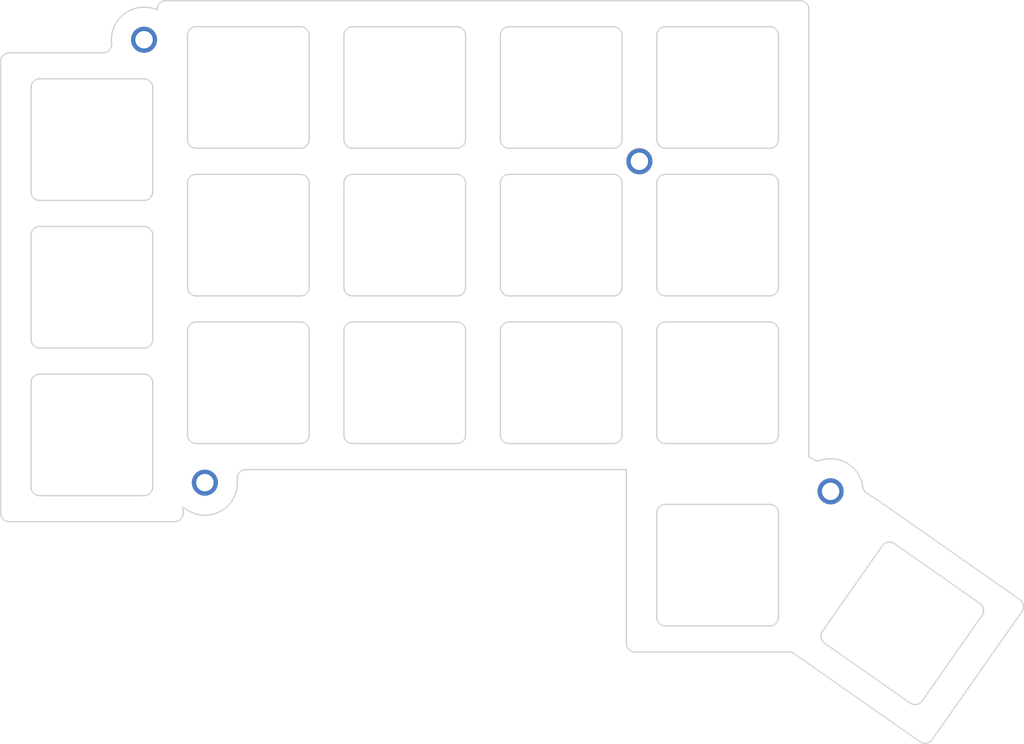
<source format=kicad_pcb>
(kicad_pcb (version 20241229) (generator "pcbnew") (generator_version "9.0")
  (title_block (title "dofeKeyboard_topPlate") (rev "v1.0.0") (company "Unknown"))
  (layers (0 "F.Cu" signal) (2 "B.Cu" signal) (13 "F.Paste" user) (15 "B.Paste" user) (5 "F.SilkS" user "F.Silkscreen") (7 "B.SilkS" user "B.Silkscreen") (1 "F.Mask" user) (3 "B.Mask" user) (25 "Edge.Cuts" user))
  (net 0 "")
  (footprint "ceoloide:mounting_hole_plated" (layer "F.Cu") (at 184 98)
    (property "Reference" "H4" (hide yes))
    (property "Value" "")
    (pad "" thru_hole circle (at 0 0) (size 3 3) (drill 2) (layers "*.Cu" "*.Mask"))
  )
  (footprint "ceoloide:mounting_hole_plated" (layer "F.Cu") (at 127 84)
    (property "Reference" "H1" (hide yes))
    (property "Value" "")
    (pad "" thru_hole circle (at 0 0) (size 3 3) (drill 2) (layers "*.Cu" "*.Mask"))
  )
  (footprint "ceoloide:mounting_hole_plated" (layer "F.Cu") (at 134 135)
    (property "Reference" "H2" (hide yes))
    (property "Value" "")
    (pad "" thru_hole circle (at 0 0) (size 3 3) (drill 2) (layers "*.Cu" "*.Mask"))
  )
  (footprint "ceoloide:mounting_hole_plated" (layer "F.Cu") (at 206 136)
    (property "Reference" "H3" (hide yes))
    (property "Value" "")
    (pad "" thru_hole circle (at 0 0) (size 3 3) (drill 2) (layers "*.Cu" "*.Mask"))
  )
  (gr_line (start 133 130.5) (end 145 130.5) (stroke (width 0.15)) (layer "Edge.Cuts"))
  (gr_arc (start 151 130.5) (mid 150.292893 130.207107) (end 150 129.5) (stroke (width 0.15)) (layer "Edge.Cuts"))
  (gr_arc (start 227.765477 148.456851) (mid 228.176708 149.102355) (end 228.011052 149.84958) (stroke (width 0.15)) (layer "Edge.Cuts"))
  (gr_arc (start 151 113.5) (mid 150.292893 113.207107) (end 150 112.5) (stroke (width 0.15)) (layer "Edge.Cuts"))
  (gr_line (start 133 96.5) (end 145 96.5) (stroke (width 0.15)) (layer "Edge.Cuts"))
  (gr_arc (start 200 95.5) (mid 199.707107 96.207107) (end 199 96.5) (stroke (width 0.15)) (layer "Edge.Cuts"))
  (gr_arc (start 210.174321 136.221239) (mid 209.866562 135.915121) (end 209.71751 135.507436) (stroke (width 0.15)) (layer "Edge.Cuts"))
  (gr_arc (start 128 135.5) (mid 127.707107 136.207107) (end 127 136.5) (stroke (width 0.15)) (layer "Edge.Cuts"))
  (gr_line (start 181 99.5) (end 169 99.5) (stroke (width 0.15)) (layer "Edge.Cuts"))
  (gr_arc (start 199 116.5) (mid 199.707107 116.792893) (end 200 117.5) (stroke (width 0.15)) (layer "Edge.Cuts"))
  (gr_arc (start 128 101.5) (mid 127.707107 102.207107) (end 127 102.5) (stroke (width 0.15)) (layer "Edge.Cuts"))
  (gr_arc (start 168 117.5) (mid 168.292893 116.792893) (end 169 116.5) (stroke (width 0.15)) (layer "Edge.Cuts"))
  (gr_line (start 205.317821 153.492001) (end 215.147645 160.374919) (stroke (width 0.15)) (layer "Edge.Cuts"))
  (gr_arc (start 186 100.5) (mid 186.292893 99.792893) (end 187 99.5) (stroke (width 0.15)) (layer "Edge.Cuts"))
  (gr_arc (start 146 112.5) (mid 145.707107 113.207107) (end 145 113.5) (stroke (width 0.15)) (layer "Edge.Cuts"))
  (gr_arc (start 128 118.5) (mid 127.707107 119.207107) (end 127 119.5) (stroke (width 0.15)) (layer "Edge.Cuts"))
  (gr_line (start 169 96.5) (end 181 96.5) (stroke (width 0.15)) (layer "Edge.Cuts"))
  (gr_line (start 200 112.5) (end 200 100.5) (stroke (width 0.15)) (layer "Edge.Cuts"))
  (gr_arc (start 127 105.5) (mid 127.707107 105.792893) (end 128 106.5) (stroke (width 0.15)) (layer "Edge.Cuts"))
  (gr_arc (start 181 82.5) (mid 181.707107 82.792893) (end 182 83.5) (stroke (width 0.15)) (layer "Edge.Cuts"))
  (gr_arc (start 132 83.5) (mid 132.292893 82.792893) (end 133 82.5) (stroke (width 0.15)) (layer "Edge.Cuts"))
  (gr_line (start 114 123.5) (end 114 135.5) (stroke (width 0.15)) (layer "Edge.Cuts"))
  (gr_arc (start 164 95.5) (mid 163.707107 96.207107) (end 163 96.5) (stroke (width 0.15)) (layer "Edge.Cuts"))
  (gr_line (start 163 82.5) (end 151 82.5) (stroke (width 0.15)) (layer "Edge.Cuts"))
  (gr_arc (start 111.5 139.5) (mid 110.792893 139.207107) (end 110.5 138.5) (stroke (width 0.15)) (layer "Edge.Cuts"))
  (gr_line (start 181 82.5) (end 169 82.5) (stroke (width 0.15)) (layer "Edge.Cuts"))
  (gr_arc (start 150 83.5) (mid 150.292893 82.792893) (end 151 82.5) (stroke (width 0.15)) (layer "Edge.Cuts"))
  (gr_arc (start 216.540374 160.129344) (mid 215.89487 160.540575) (end 215.147645 160.374919) (stroke (width 0.15)) (layer "Edge.Cuts"))
  (gr_line (start 183.5 154.5) (end 201.211753 154.5) (stroke (width 0.15)) (layer "Edge.Cuts"))
  (gr_line (start 201.785329 154.680848) (end 216.293948 164.839892) (stroke (width 0.15)) (layer "Edge.Cuts"))
  (gr_arc (start 137.729167 134.605263) (mid 135.709226 138.337821) (end 131.5 137.795085) (stroke (width 0.15)) (layer "Edge.Cuts"))
  (gr_arc (start 132 117.5) (mid 132.292893 116.792893) (end 133 116.5) (stroke (width 0.15)) (layer "Edge.Cuts"))
  (gr_arc (start 186 117.5) (mid 186.292893 116.792893) (end 187 116.5) (stroke (width 0.15)) (layer "Edge.Cuts"))
  (gr_line (start 132 117.5) (end 132 129.5) (stroke (width 0.15)) (layer "Edge.Cuts"))
  (gr_arc (start 187 151.5) (mid 186.292893 151.207107) (end 186 150.5) (stroke (width 0.15)) (layer "Edge.Cuts"))
  (gr_arc (start 205.317821 153.492001) (mid 204.90659 152.846497) (end 205.072245 152.099273) (stroke (width 0.15)) (layer "Edge.Cuts"))
  (gr_arc (start 211.955162 142.269448) (mid 212.600666 141.858217) (end 213.347891 142.023873) (stroke (width 0.15)) (layer "Edge.Cuts"))
  (gr_line (start 186 117.5) (end 186 129.5) (stroke (width 0.15)) (layer "Edge.Cuts"))
  (gr_line (start 151 113.5) (end 163 113.5) (stroke (width 0.15)) (layer "Edge.Cuts"))
  (gr_arc (start 169 130.5) (mid 168.292893 130.207107) (end 168 129.5) (stroke (width 0.15)) (layer "Edge.Cuts"))
  (gr_arc (start 182 129.5) (mid 181.707107 130.207107) (end 181 130.5) (stroke (width 0.15)) (layer "Edge.Cuts"))
  (gr_arc (start 132 100.5) (mid 132.292893 99.792893) (end 133 99.5) (stroke (width 0.15)) (layer "Edge.Cuts"))
  (gr_line (start 217.686677 164.594317) (end 228.011052 149.84958) (stroke (width 0.15)) (layer "Edge.Cuts"))
  (gr_arc (start 150 100.5) (mid 150.292893 99.792893) (end 151 99.5) (stroke (width 0.15)) (layer "Edge.Cuts"))
  (gr_line (start 163 99.5) (end 151 99.5) (stroke (width 0.15)) (layer "Edge.Cuts"))
  (gr_arc (start 163 82.5) (mid 163.707107 82.792893) (end 164 83.5) (stroke (width 0.15)) (layer "Edge.Cuts"))
  (gr_line (start 187 113.5) (end 199 113.5) (stroke (width 0.15)) (layer "Edge.Cuts"))
  (gr_arc (start 115 136.5) (mid 114.292893 136.207107) (end 114 135.5) (stroke (width 0.15)) (layer "Edge.Cuts"))
  (gr_arc (start 131.5 138.5) (mid 131.207107 139.207107) (end 130.5 139.5) (stroke (width 0.15)) (layer "Edge.Cuts"))
  (gr_arc (start 211.362605 136.972781) (mid 211.382284 136.985552) (end 211.401657 136.998782) (stroke (width 0.15)) (layer "Edge.Cuts"))
  (gr_line (start 145 99.5) (end 133 99.5) (stroke (width 0.15)) (layer "Edge.Cuts"))
  (gr_line (start 150 117.5) (end 150 129.5) (stroke (width 0.15)) (layer "Edge.Cuts"))
  (gr_line (start 186 138.5) (end 186 150.5) (stroke (width 0.15)) (layer "Edge.Cuts"))
  (gr_line (start 182.5 153.5) (end 182.5 133.5) (stroke (width 0.15)) (layer "Edge.Cuts"))
  (gr_line (start 111.5 139.5) (end 130.5 139.5) (stroke (width 0.15)) (layer "Edge.Cuts"))
  (gr_line (start 145 82.5) (end 133 82.5) (stroke (width 0.15)) (layer "Edge.Cuts"))
  (gr_line (start 114 89.5) (end 114 101.5) (stroke (width 0.15)) (layer "Edge.Cuts"))
  (gr_line (start 151 96.5) (end 163 96.5) (stroke (width 0.15)) (layer "Edge.Cuts"))
  (gr_arc (start 202.5 79.5) (mid 203.207107 79.792893) (end 203.5 80.5) (stroke (width 0.15)) (layer "Edge.Cuts"))
  (gr_line (start 127 122.5) (end 115 122.5) (stroke (width 0.15)) (layer "Edge.Cuts"))
  (gr_line (start 128 118.5) (end 128 106.5) (stroke (width 0.15)) (layer "Edge.Cuts"))
  (gr_line (start 186 100.5) (end 186 112.5) (stroke (width 0.15)) (layer "Edge.Cuts"))
  (gr_arc (start 169 113.5) (mid 168.292893 113.207107) (end 168 112.5) (stroke (width 0.15)) (layer "Edge.Cuts"))
  (gr_line (start 128.5 80.5) (end 128.5 80.563068) (stroke (width 0.15)) (layer "Edge.Cuts"))
  (gr_arc (start 115 102.5) (mid 114.292893 102.207107) (end 114 101.5) (stroke (width 0.15)) (layer "Edge.Cuts"))
  (gr_line (start 127 88.5) (end 115 88.5) (stroke (width 0.15)) (layer "Edge.Cuts"))
  (gr_arc (start 182 112.5) (mid 181.707107 113.207107) (end 181 113.5) (stroke (width 0.15)) (layer "Edge.Cuts"))
  (gr_line (start 187 96.5) (end 199 96.5) (stroke (width 0.15)) (layer "Edge.Cuts"))
  (gr_line (start 115 119.5) (end 127 119.5) (stroke (width 0.15)) (layer "Edge.Cuts"))
  (gr_line (start 146 129.5) (end 146 117.5) (stroke (width 0.15)) (layer "Edge.Cuts"))
  (gr_arc (start 114 89.5) (mid 114.292893 88.792893) (end 115 88.5) (stroke (width 0.15)) (layer "Edge.Cuts"))
  (gr_arc (start 186 138.5) (mid 186.292893 137.792893) (end 187 137.5) (stroke (width 0.15)) (layer "Edge.Cuts"))
  (gr_arc (start 200 112.5) (mid 199.707107 113.207107) (end 199 113.5) (stroke (width 0.15)) (layer "Edge.Cuts"))
  (gr_arc (start 186 83.5) (mid 186.292893 82.792893) (end 187 82.5) (stroke (width 0.15)) (layer "Edge.Cuts"))
  (gr_arc (start 164 129.5) (mid 163.707107 130.207107) (end 163 130.5) (stroke (width 0.15)) (layer "Edge.Cuts"))
  (gr_line (start 210.174321 136.221239) (end 211.362606 136.972781) (stroke (width 0.15)) (layer "Edge.Cuts"))
  (gr_arc (start 217.686677 164.594317) (mid 217.041173 165.005548) (end 216.293948 164.839892) (stroke (width 0.15)) (layer "Edge.Cuts"))
  (gr_arc (start 199 99.5) (mid 199.707107 99.792893) (end 200 100.5) (stroke (width 0.15)) (layer "Edge.Cuts"))
  (gr_line (start 110.5 138.5) (end 110.5 86.5) (stroke (width 0.15)) (layer "Edge.Cuts"))
  (gr_arc (start 114 106.5) (mid 114.292893 105.792893) (end 115 105.5) (stroke (width 0.15)) (layer "Edge.Cuts"))
  (gr_arc (start 187 130.5) (mid 186.292893 130.207107) (end 186 129.5) (stroke (width 0.15)) (layer "Edge.Cuts"))
  (gr_line (start 163 116.5) (end 151 116.5) (stroke (width 0.15)) (layer "Edge.Cuts"))
  (gr_arc (start 181 116.5) (mid 181.707107 116.792893) (end 182 117.5) (stroke (width 0.15)) (layer "Edge.Cuts"))
  (gr_line (start 168 100.5) (end 168 112.5) (stroke (width 0.15)) (layer "Edge.Cuts"))
  (gr_arc (start 137.729167 134.605263) (mid 137.980219 133.831144) (end 138.723611 133.5) (stroke (width 0.15)) (layer "Edge.Cuts"))
  (gr_line (start 182 112.5) (end 182 100.5) (stroke (width 0.15)) (layer "Edge.Cuts"))
  (gr_arc (start 151 96.5) (mid 150.292893 96.207107) (end 150 95.5) (stroke (width 0.15)) (layer "Edge.Cuts"))
  (gr_arc (start 183.5 154.5) (mid 182.792893 154.207107) (end 182.5 153.5) (stroke (width 0.15)) (layer "Edge.Cuts"))
  (gr_arc (start 204.851837 132.430095) (mid 208.004468 132.830677) (end 209.71751 135.507436) (stroke (width 0.15)) (layer "Edge.Cuts"))
  (gr_arc (start 110.5 86.5) (mid 110.792893 85.792893) (end 111.5 85.5) (stroke (width 0.15)) (layer "Edge.Cuts"))
  (gr_arc (start 114 123.5) (mid 114.292893 122.792893) (end 115 122.5) (stroke (width 0.15)) (layer "Edge.Cuts"))
  (gr_line (start 186 83.5) (end 186 95.5) (stroke (width 0.15)) (layer "Edge.Cuts"))
  (gr_line (start 131.5 138.5) (end 131.5 137.795085) (stroke (width 0.15)) (layer "Edge.Cuts"))
  (gr_line (start 182 95.5) (end 182 83.5) (stroke (width 0.15)) (layer "Edge.Cuts"))
  (gr_line (start 199 99.5) (end 187 99.5) (stroke (width 0.15)) (layer "Edge.Cuts"))
  (gr_line (start 199 82.5) (end 187 82.5) (stroke (width 0.15)) (layer "Edge.Cuts"))
  (gr_arc (start 181 99.5) (mid 181.707107 99.792893) (end 182 100.5) (stroke (width 0.15)) (layer "Edge.Cuts"))
  (gr_line (start 203.5 132) (end 203.5 80.5) (stroke (width 0.15)) (layer "Edge.Cuts"))
  (gr_arc (start 199 137.5) (mid 199.707107 137.792893) (end 200 138.5) (stroke (width 0.15)) (layer "Edge.Cuts"))
  (gr_arc (start 123.270833 84.394737) (mid 123.019781 85.168856) (end 122.276389 85.5) (stroke (width 0.15)) (layer "Edge.Cuts"))
  (gr_arc (start 168 100.5) (mid 168.292893 99.792893) (end 169 99.5) (stroke (width 0.15)) (layer "Edge.Cuts"))
  (gr_arc (start 133 96.5) (mid 132.292893 96.207107) (end 132 95.5) (stroke (width 0.15)) (layer "Edge.Cuts"))
  (gr_arc (start 200 129.5) (mid 199.707107 130.207107) (end 199 130.5) (stroke (width 0.15)) (layer "Edge.Cuts"))
  (gr_arc (start 164 112.5) (mid 163.707107 113.207107) (end 163 113.5) (stroke (width 0.15)) (layer "Edge.Cuts"))
  (gr_arc (start 115 119.5) (mid 114.292893 119.207107) (end 114 118.5) (stroke (width 0.15)) (layer "Edge.Cuts"))
  (gr_line (start 138.723611 133.5) (end 182.5 133.5) (stroke (width 0.15)) (layer "Edge.Cuts"))
  (gr_line (start 169 130.5) (end 181 130.5) (stroke (width 0.15)) (layer "Edge.Cuts"))
  (gr_arc (start 168 83.5) (mid 168.292893 82.792893) (end 169 82.5) (stroke (width 0.15)) (layer "Edge.Cuts"))
  (gr_line (start 122.276389 85.5) (end 111.5 85.5) (stroke (width 0.15)) (layer "Edge.Cuts"))
  (gr_line (start 127 105.5) (end 115 105.5) (stroke (width 0.15)) (layer "Edge.Cuts"))
  (gr_line (start 145 116.5) (end 133 116.5) (stroke (width 0.15)) (layer "Edge.Cuts"))
  (gr_line (start 150 83.5) (end 150 95.5) (stroke (width 0.15)) (layer "Edge.Cuts"))
  (gr_line (start 114 106.5) (end 114 118.5) (stroke (width 0.15)) (layer "Edge.Cuts"))
  (gr_line (start 164 95.5) (end 164 83.5) (stroke (width 0.15)) (layer "Edge.Cuts"))
  (gr_line (start 227.765477 148.456851) (end 211.401657 136.998782) (stroke (width 0.15)) (layer "Edge.Cuts"))
  (gr_arc (start 163 116.5) (mid 163.707107 116.792893) (end 164 117.5) (stroke (width 0.15)) (layer "Edge.Cuts"))
  (gr_line (start 203.5 132) (end 204.011136 132.323273) (stroke (width 0.15)) (layer "Edge.Cuts"))
  (gr_arc (start 133 113.5) (mid 132.292893 113.207107) (end 132 112.5) (stroke (width 0.15)) (layer "Edge.Cuts"))
  (gr_arc (start 187 96.5) (mid 186.292893 96.207107) (end 186 95.5) (stroke (width 0.15)) (layer "Edge.Cuts"))
  (gr_line (start 182 129.5) (end 182 117.5) (stroke (width 0.15)) (layer "Edge.Cuts"))
  (gr_line (start 132 100.5) (end 132 112.5) (stroke (width 0.15)) (layer "Edge.Cuts"))
  (gr_arc (start 182 95.5) (mid 181.707107 96.207107) (end 181 96.5) (stroke (width 0.15)) (layer "Edge.Cuts"))
  (gr_arc (start 145 116.5) (mid 145.707107 116.792893) (end 146 117.5) (stroke (width 0.15)) (layer "Edge.Cuts"))
  (gr_arc (start 204.851838 132.430095) (mid 204.419612 132.470144) (end 204.011136 132.323273) (stroke (width 0.15)) (layer "Edge.Cuts"))
  (gr_line (start 164 129.5) (end 164 117.5) (stroke (width 0.15)) (layer "Edge.Cuts"))
  (gr_line (start 200 150.5) (end 200 138.5) (stroke (width 0.15)) (layer "Edge.Cuts"))
  (gr_arc (start 133 130.5) (mid 132.292893 130.207107) (end 132 129.5) (stroke (width 0.15)) (layer "Edge.Cuts"))
  (gr_line (start 223.177715 148.90679) (end 213.347891 142.023873) (stroke (width 0.15)) (layer "Edge.Cuts"))
  (gr_line (start 168 83.5) (end 168 95.5) (stroke (width 0.15)) (layer "Edge.Cuts"))
  (gr_line (start 133 113.5) (end 145 113.5) (stroke (width 0.15)) (layer "Edge.Cuts"))
  (gr_line (start 169 113.5) (end 181 113.5) (stroke (width 0.15)) (layer "Edge.Cuts"))
  (gr_arc (start 150 117.5) (mid 150.292893 116.792893) (end 151 116.5) (stroke (width 0.15)) (layer "Edge.Cuts"))
  (gr_line (start 128 101.5) (end 128 89.5) (stroke (width 0.15)) (layer "Edge.Cuts"))
  (gr_arc (start 145 99.5) (mid 145.707107 99.792893) (end 146 100.5) (stroke (width 0.15)) (layer "Edge.Cuts"))
  (gr_arc (start 199 82.5) (mid 199.707107 82.792893) (end 200 83.5) (stroke (width 0.15)) (layer "Edge.Cuts"))
  (gr_line (start 168 117.5) (end 168 129.5) (stroke (width 0.15)) (layer "Edge.Cuts"))
  (gr_arc (start 187 113.5) (mid 186.292893 113.207107) (end 186 112.5) (stroke (width 0.15)) (layer "Edge.Cuts"))
  (gr_line (start 199 116.5) (end 187 116.5) (stroke (width 0.15)) (layer "Edge.Cuts"))
  (gr_arc (start 128.5 80.5) (mid 128.792893 79.792893) (end 129.5 79.5) (stroke (width 0.15)) (layer "Edge.Cuts"))
  (gr_arc (start 145 82.5) (mid 145.707107 82.792893) (end 146 83.5) (stroke (width 0.15)) (layer "Edge.Cuts"))
  (gr_arc (start 201.211753 154.5) (mid 201.512459 154.546283) (end 201.785329 154.680848) (stroke (width 0.15)) (layer "Edge.Cuts"))
  (gr_arc (start 146 129.5) (mid 145.707107 130.207107) (end 145 130.5) (stroke (width 0.15)) (layer "Edge.Cuts"))
  (gr_arc (start 223.177715 148.90679) (mid 223.588946 149.552294) (end 223.423291 150.299518) (stroke (width 0.15)) (layer "Edge.Cuts"))
  (gr_line (start 187 151.5) (end 199 151.5) (stroke (width 0.15)) (layer "Edge.Cuts"))
  (gr_line (start 199 137.5) (end 187 137.5) (stroke (width 0.15)) (layer "Edge.Cuts"))
  (gr_line (start 146 95.5) (end 146 83.5) (stroke (width 0.15)) (layer "Edge.Cuts"))
  (gr_line (start 211.955162 142.269448) (end 205.072245 152.099273) (stroke (width 0.15)) (layer "Edge.Cuts"))
  (gr_line (start 150 100.5) (end 150 112.5) (stroke (width 0.15)) (layer "Edge.Cuts"))
  (gr_arc (start 169 96.5) (mid 168.292893 96.207107) (end 168 95.5) (stroke (width 0.15)) (layer "Edge.Cuts"))
  (gr_line (start 128 135.5) (end 128 123.5) (stroke (width 0.15)) (layer "Edge.Cuts"))
  (gr_line (start 216.540374 160.129343) (end 223.423291 150.299518) (stroke (width 0.15)) (layer "Edge.Cuts"))
  (gr_line (start 132 83.5) (end 132 95.5) (stroke (width 0.15)) (layer "Edge.Cuts"))
  (gr_line (start 146 112.5) (end 146 100.5) (stroke (width 0.15)) (layer "Edge.Cuts"))
  (gr_line (start 115 136.5) (end 127 136.5) (stroke (width 0.15)) (layer "Edge.Cuts"))
  (gr_line (start 164 112.5) (end 164 100.5) (stroke (width 0.15)) (layer "Edge.Cuts"))
  (gr_arc (start 127 88.5) (mid 127.707107 88.792893) (end 128 89.5) (stroke (width 0.15)) (layer "Edge.Cuts"))
  (gr_arc (start 127 122.5) (mid 127.707107 122.792893) (end 128 123.5) (stroke (width 0.15)) (layer "Edge.Cuts"))
  (gr_line (start 115 102.5) (end 127 102.5) (stroke (width 0.15)) (layer "Edge.Cuts"))
  (gr_line (start 200 95.5) (end 200 83.5) (stroke (width 0.15)) (layer "Edge.Cuts"))
  (gr_arc (start 163 99.5) (mid 163.707107 99.792893) (end 164 100.5) (stroke (width 0.15)) (layer "Edge.Cuts"))
  (gr_line (start 181 116.5) (end 169 116.5) (stroke (width 0.15)) (layer "Edge.Cuts"))
  (gr_arc (start 123.270833 84.394737) (mid 124.783535 80.975139) (end 128.5 80.563068) (stroke (width 0.15)) (layer "Edge.Cuts"))
  (gr_arc (start 146 95.5) (mid 145.707107 96.207107) (end 145 96.5) (stroke (width 0.15)) (layer "Edge.Cuts"))
  (gr_line (start 187 130.5) (end 199 130.5) (stroke (width 0.15)) (layer "Edge.Cuts"))
  (gr_line (start 151 130.5) (end 163 130.5) (stroke (width 0.15)) (layer "Edge.Cuts"))
  (gr_line (start 200 129.5) (end 200 117.5) (stroke (width 0.15)) (layer "Edge.Cuts"))
  (gr_arc (start 200 150.5) (mid 199.707107 151.207107) (end 199 151.5) (stroke (width 0.15)) (layer "Edge.Cuts"))
  (gr_line (start 129.5 79.5) (end 202.5 79.5) (stroke (width 0.15)) (layer "Edge.Cuts"))
)
</source>
